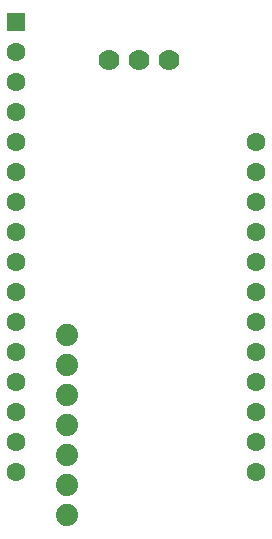
<source format=gbr>
%TF.GenerationSoftware,KiCad,Pcbnew,(6.0.0)*%
%TF.CreationDate,2022-01-23T09:20:33-05:00*%
%TF.ProjectId,Featherwing-bme680-als-PT19-breakout,46656174-6865-4727-9769-6e672d626d65,rev?*%
%TF.SameCoordinates,Original*%
%TF.FileFunction,Soldermask,Top*%
%TF.FilePolarity,Negative*%
%FSLAX46Y46*%
G04 Gerber Fmt 4.6, Leading zero omitted, Abs format (unit mm)*
G04 Created by KiCad (PCBNEW (6.0.0)) date 2022-01-23 09:20:33*
%MOMM*%
%LPD*%
G01*
G04 APERTURE LIST*
%ADD10C,1.879600*%
%ADD11C,1.778000*%
%ADD12R,1.600000X1.600000*%
%ADD13C,1.600000*%
G04 APERTURE END LIST*
D10*
%TO.C,J1*%
X132816600Y-131813300D03*
X132816600Y-129273300D03*
X132816600Y-126733300D03*
X132816600Y-124193300D03*
X132816600Y-121653300D03*
X132816600Y-119113300D03*
X132816600Y-116573300D03*
%TD*%
D11*
%TO.C,J2*%
X136347200Y-93319600D03*
X138887200Y-93319600D03*
X141427200Y-93319600D03*
%TD*%
D12*
%TO.C,A1*%
X128473200Y-90043000D03*
D13*
X128473200Y-92583000D03*
X128473200Y-95123000D03*
X128473200Y-97663000D03*
X128473200Y-100203000D03*
X128473200Y-102743000D03*
X128473200Y-105283000D03*
X128473200Y-107823000D03*
X128473200Y-110363000D03*
X128473200Y-112903000D03*
X128473200Y-115443000D03*
X128473200Y-117983000D03*
X128473200Y-120523000D03*
X128473200Y-123063000D03*
X128473200Y-125603000D03*
X128473200Y-128143000D03*
X148793200Y-128143000D03*
X148793200Y-125603000D03*
X148793200Y-123063000D03*
X148793200Y-120523000D03*
X148793200Y-117983000D03*
X148793200Y-115443000D03*
X148793200Y-112903000D03*
X148793200Y-110363000D03*
X148793200Y-107823000D03*
X148793200Y-105283000D03*
X148793200Y-102743000D03*
X148793200Y-100203000D03*
%TD*%
M02*

</source>
